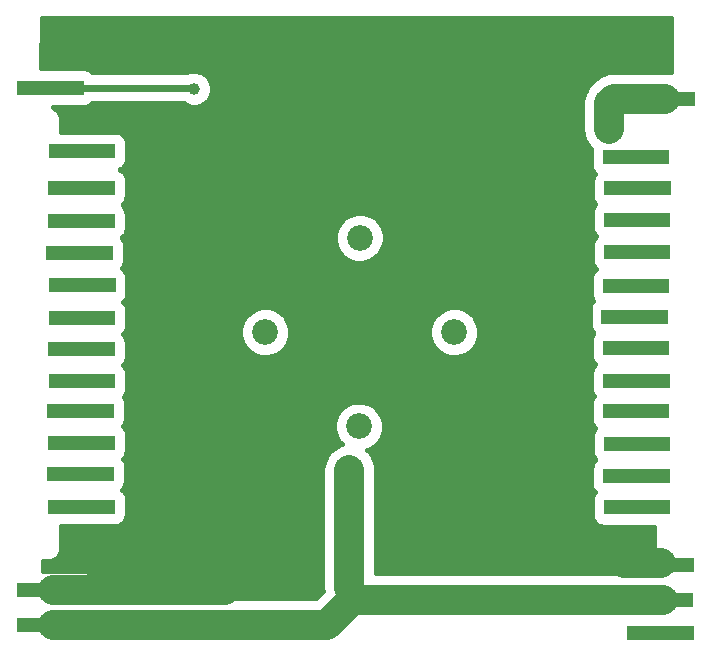
<source format=gbr>
G04 #@! TF.FileFunction,Copper,L2,Bot,Signal*
%FSLAX46Y46*%
G04 Gerber Fmt 4.6, Leading zero omitted, Abs format (unit mm)*
G04 Created by KiCad (PCBNEW 4.0.6) date 05/08/17 07:31:19*
%MOMM*%
%LPD*%
G01*
G04 APERTURE LIST*
%ADD10C,0.100000*%
%ADD11C,1.100000*%
%ADD12R,0.635000X1.270000*%
%ADD13C,2.184400*%
%ADD14C,1.006400*%
%ADD15C,2.540000*%
%ADD16C,1.270000*%
%ADD17C,0.609600*%
%ADD18C,0.406400*%
G04 APERTURE END LIST*
D10*
D11*
X203057700Y-116728300D03*
D12*
X203438700Y-116728300D03*
X204073700Y-116728300D03*
X202803700Y-116728300D03*
X202168700Y-116728300D03*
X201533700Y-116728300D03*
X204670600Y-116728300D03*
X205267500Y-116728300D03*
X200911400Y-116728300D03*
X200289100Y-116728300D03*
D11*
X205013500Y-124602300D03*
D12*
X205394500Y-124602300D03*
X206029500Y-124602300D03*
X204759500Y-124602300D03*
X204124500Y-124602300D03*
X203489500Y-124602300D03*
X206626400Y-124602300D03*
X207223300Y-124602300D03*
X202867200Y-124602300D03*
X202244900Y-124602300D03*
D11*
X156042300Y-116677500D03*
D12*
X156423300Y-116677500D03*
X157058300Y-116677500D03*
X155788300Y-116677500D03*
X155153300Y-116677500D03*
X154518300Y-116677500D03*
X157655200Y-116677500D03*
X158252100Y-116677500D03*
X153896000Y-116677500D03*
X153273700Y-116677500D03*
D11*
X153375300Y-126685100D03*
D12*
X153756300Y-126685100D03*
X154391300Y-126685100D03*
X153121300Y-126685100D03*
X152486300Y-126685100D03*
X151851300Y-126685100D03*
X154988200Y-126685100D03*
X155585100Y-126685100D03*
X151229000Y-126685100D03*
X150606700Y-126685100D03*
D11*
X202981500Y-103240900D03*
D12*
X203362500Y-103240900D03*
X203997500Y-103240900D03*
X202727500Y-103240900D03*
X202092500Y-103240900D03*
X201457500Y-103240900D03*
X204594400Y-103240900D03*
X205191300Y-103240900D03*
X200835200Y-103240900D03*
X200212900Y-103240900D03*
D11*
X202879900Y-100624700D03*
D12*
X203260900Y-100624700D03*
X203895900Y-100624700D03*
X202625900Y-100624700D03*
X201990900Y-100624700D03*
X201355900Y-100624700D03*
X204492800Y-100624700D03*
X205089700Y-100624700D03*
X200733600Y-100624700D03*
X200111300Y-100624700D03*
D11*
X156067700Y-100700900D03*
D12*
X156448700Y-100700900D03*
X157083700Y-100700900D03*
X155813700Y-100700900D03*
X155178700Y-100700900D03*
X154543700Y-100700900D03*
X157680600Y-100700900D03*
X158277500Y-100700900D03*
X153921400Y-100700900D03*
X153299100Y-100700900D03*
D11*
X202981500Y-97983100D03*
D12*
X203362500Y-97983100D03*
X203997500Y-97983100D03*
X202727500Y-97983100D03*
X202092500Y-97983100D03*
X201457500Y-97983100D03*
X204594400Y-97983100D03*
X205191300Y-97983100D03*
X200835200Y-97983100D03*
X200212900Y-97983100D03*
D11*
X156093100Y-97932300D03*
D12*
X156474100Y-97932300D03*
X157109100Y-97932300D03*
X155839100Y-97932300D03*
X155204100Y-97932300D03*
X154569100Y-97932300D03*
X157706000Y-97932300D03*
X158302900Y-97932300D03*
X153946800Y-97932300D03*
X153324500Y-97932300D03*
D11*
X203006900Y-114112100D03*
D12*
X203387900Y-114112100D03*
X204022900Y-114112100D03*
X202752900Y-114112100D03*
X202117900Y-114112100D03*
X201482900Y-114112100D03*
X204619800Y-114112100D03*
X205216700Y-114112100D03*
X200860600Y-114112100D03*
X200238300Y-114112100D03*
D11*
X203057700Y-92395100D03*
D12*
X203438700Y-92395100D03*
X204073700Y-92395100D03*
X202803700Y-92395100D03*
X202168700Y-92395100D03*
X201533700Y-92395100D03*
X204670600Y-92395100D03*
X205267500Y-92395100D03*
X200911400Y-92395100D03*
X200289100Y-92395100D03*
D11*
X156016900Y-92496700D03*
D12*
X156397900Y-92496700D03*
X157032900Y-92496700D03*
X155762900Y-92496700D03*
X155127900Y-92496700D03*
X154492900Y-92496700D03*
X157629800Y-92496700D03*
X158226700Y-92496700D03*
X153870600Y-92496700D03*
X153248300Y-92496700D03*
D11*
X202981500Y-108600300D03*
D12*
X203362500Y-108600300D03*
X203997500Y-108600300D03*
X202727500Y-108600300D03*
X202092500Y-108600300D03*
X201457500Y-108600300D03*
X204594400Y-108600300D03*
X205191300Y-108600300D03*
X200835200Y-108600300D03*
X200212900Y-108600300D03*
D11*
X155966100Y-108600300D03*
D12*
X156347100Y-108600300D03*
X156982100Y-108600300D03*
X155712100Y-108600300D03*
X155077100Y-108600300D03*
X154442100Y-108600300D03*
X157579000Y-108600300D03*
X158175900Y-108600300D03*
X153819800Y-108600300D03*
X153197500Y-108600300D03*
D11*
X205038900Y-121655900D03*
D12*
X205419900Y-121655900D03*
X206054900Y-121655900D03*
X204784900Y-121655900D03*
X204149900Y-121655900D03*
X203514900Y-121655900D03*
X206651800Y-121655900D03*
X207248700Y-121655900D03*
X202892600Y-121655900D03*
X202270300Y-121655900D03*
D11*
X205165900Y-82133500D03*
D12*
X205546900Y-82133500D03*
X206181900Y-82133500D03*
X204911900Y-82133500D03*
X204276900Y-82133500D03*
X203641900Y-82133500D03*
X206778800Y-82133500D03*
X207375700Y-82133500D03*
X203019600Y-82133500D03*
X202397300Y-82133500D03*
D11*
X153375300Y-123764100D03*
D12*
X153756300Y-123764100D03*
X154391300Y-123764100D03*
X153121300Y-123764100D03*
X152486300Y-123764100D03*
X151851300Y-123764100D03*
X154988200Y-123764100D03*
X155585100Y-123764100D03*
X151229000Y-123764100D03*
X150606700Y-123764100D03*
D11*
X153400700Y-81219100D03*
D12*
X153781700Y-81219100D03*
X154416700Y-81219100D03*
X153146700Y-81219100D03*
X152511700Y-81219100D03*
X151876700Y-81219100D03*
X155013600Y-81219100D03*
X155610500Y-81219100D03*
X151254400Y-81219100D03*
X150632100Y-81219100D03*
D11*
X155966100Y-113883500D03*
D12*
X156347100Y-113883500D03*
X156982100Y-113883500D03*
X155712100Y-113883500D03*
X155077100Y-113883500D03*
X154442100Y-113883500D03*
X157579000Y-113883500D03*
X158175900Y-113883500D03*
X153819800Y-113883500D03*
X153197500Y-113883500D03*
D11*
X156042300Y-111267300D03*
D12*
X156423300Y-111267300D03*
X157058300Y-111267300D03*
X155788300Y-111267300D03*
X155153300Y-111267300D03*
X154518300Y-111267300D03*
X157655200Y-111267300D03*
X158252100Y-111267300D03*
X153896000Y-111267300D03*
X153273700Y-111267300D03*
D11*
X156016900Y-103367900D03*
D12*
X156397900Y-103367900D03*
X157032900Y-103367900D03*
X155762900Y-103367900D03*
X155127900Y-103367900D03*
X154492900Y-103367900D03*
X157629800Y-103367900D03*
X158226700Y-103367900D03*
X153870600Y-103367900D03*
X153248300Y-103367900D03*
D11*
X155864500Y-95239900D03*
D12*
X156245500Y-95239900D03*
X156880500Y-95239900D03*
X155610500Y-95239900D03*
X154975500Y-95239900D03*
X154340500Y-95239900D03*
X157477400Y-95239900D03*
X158074300Y-95239900D03*
X153718200Y-95239900D03*
X153095900Y-95239900D03*
D11*
X156067700Y-86578500D03*
D12*
X156448700Y-86578500D03*
X157083700Y-86578500D03*
X155813700Y-86578500D03*
X155178700Y-86578500D03*
X154543700Y-86578500D03*
X157680600Y-86578500D03*
X158277500Y-86578500D03*
X153921400Y-86578500D03*
X153299100Y-86578500D03*
D11*
X205038900Y-127370900D03*
D12*
X205419900Y-127370900D03*
X206054900Y-127370900D03*
X204784900Y-127370900D03*
X204149900Y-127370900D03*
X203514900Y-127370900D03*
X206651800Y-127370900D03*
X207248700Y-127370900D03*
X202892600Y-127370900D03*
X202270300Y-127370900D03*
D11*
X202981500Y-87111900D03*
D12*
X203362500Y-87111900D03*
X203997500Y-87111900D03*
X202727500Y-87111900D03*
X202092500Y-87111900D03*
X201457500Y-87111900D03*
X204594400Y-87111900D03*
X205191300Y-87111900D03*
X200835200Y-87111900D03*
X200212900Y-87111900D03*
D11*
X203057700Y-95163700D03*
D12*
X203438700Y-95163700D03*
X204073700Y-95163700D03*
X202803700Y-95163700D03*
X202168700Y-95163700D03*
X201533700Y-95163700D03*
X204670600Y-95163700D03*
X205267500Y-95163700D03*
X200911400Y-95163700D03*
X200289100Y-95163700D03*
D11*
X203057700Y-111343500D03*
D12*
X203438700Y-111343500D03*
X204073700Y-111343500D03*
X202803700Y-111343500D03*
X202168700Y-111343500D03*
X201533700Y-111343500D03*
X204670600Y-111343500D03*
X205267500Y-111343500D03*
X200911400Y-111343500D03*
X200289100Y-111343500D03*
D11*
X203108500Y-89728100D03*
D12*
X203489500Y-89728100D03*
X204124500Y-89728100D03*
X202854500Y-89728100D03*
X202219500Y-89728100D03*
X201584500Y-89728100D03*
X204721400Y-89728100D03*
X205318300Y-89728100D03*
X200962200Y-89728100D03*
X200339900Y-89728100D03*
D11*
X156042300Y-89702700D03*
D12*
X156423300Y-89702700D03*
X157058300Y-89702700D03*
X155788300Y-89702700D03*
X155153300Y-89702700D03*
X154518300Y-89702700D03*
X157655200Y-89702700D03*
X158252100Y-89702700D03*
X153896000Y-89702700D03*
X153273700Y-89702700D03*
D11*
X203006900Y-106034900D03*
D12*
X203387900Y-106034900D03*
X204022900Y-106034900D03*
X202752900Y-106034900D03*
X202117900Y-106034900D03*
X201482900Y-106034900D03*
X204619800Y-106034900D03*
X205216700Y-106034900D03*
X200860600Y-106034900D03*
X200238300Y-106034900D03*
D11*
X156067700Y-106060300D03*
D12*
X156448700Y-106060300D03*
X157083700Y-106060300D03*
X155813700Y-106060300D03*
X155178700Y-106060300D03*
X154543700Y-106060300D03*
X157680600Y-106060300D03*
X158277500Y-106060300D03*
X153921400Y-106060300D03*
X153299100Y-106060300D03*
D13*
X171307700Y-101920100D03*
X179257700Y-109896500D03*
X187309700Y-101920100D03*
X179308700Y-93919100D03*
D14*
X178435100Y-113603100D03*
X201688100Y-121466100D03*
X171363300Y-117676100D03*
X200429100Y-84685100D03*
X165296100Y-81301100D03*
D15*
X153375300Y-126685100D02*
X176531100Y-126685100D01*
X176531100Y-126685100D02*
X178624100Y-124592100D01*
D16*
X178624100Y-124592100D02*
X179475100Y-124592100D01*
D15*
X179475100Y-124592100D02*
X205003300Y-124592100D01*
D16*
X205003300Y-124592100D02*
X205013500Y-124602300D01*
D15*
X178435100Y-113603100D02*
X178435100Y-123552100D01*
D16*
X178435100Y-123552100D02*
X179475100Y-124592100D01*
D15*
X201688100Y-121466100D02*
X204849100Y-121466100D01*
D16*
X204849100Y-121466100D02*
X205038900Y-121655900D01*
D15*
X153375300Y-123764100D02*
X167911100Y-123764100D01*
X167911100Y-123764100D02*
X171251100Y-120424100D01*
X171251100Y-120424100D02*
X171251100Y-117788300D01*
X171251100Y-117788300D02*
X171363300Y-117676100D01*
X205165900Y-82133500D02*
X200836700Y-82133500D01*
X200836700Y-82133500D02*
X200429100Y-82541100D01*
X200429100Y-82541100D02*
X200429100Y-84685100D01*
D17*
X153400700Y-81219100D02*
X165214100Y-81219100D01*
X165214100Y-81219100D02*
X165296100Y-81301100D01*
D18*
G36*
X205647731Y-79899531D02*
X205641186Y-79897455D01*
X205197818Y-79847723D01*
X205165900Y-79847500D01*
X200836700Y-79847500D01*
X200626521Y-79868108D01*
X200416188Y-79886510D01*
X200404644Y-79889864D01*
X200392680Y-79891037D01*
X200190513Y-79952075D01*
X199987753Y-80010982D01*
X199977082Y-80016513D01*
X199965573Y-80019988D01*
X199779083Y-80119146D01*
X199591655Y-80216300D01*
X199582264Y-80223797D01*
X199571647Y-80229442D01*
X199407975Y-80362929D01*
X199242981Y-80494642D01*
X199226254Y-80511137D01*
X199225906Y-80511421D01*
X199225639Y-80511743D01*
X199220254Y-80517054D01*
X198812654Y-80924654D01*
X198678650Y-81087793D01*
X198542891Y-81249585D01*
X198537098Y-81260123D01*
X198529470Y-81269409D01*
X198429701Y-81455476D01*
X198327957Y-81640549D01*
X198324322Y-81652008D01*
X198318642Y-81662601D01*
X198256898Y-81864557D01*
X198193055Y-82065814D01*
X198191715Y-82077757D01*
X198188200Y-82089255D01*
X198166858Y-82299366D01*
X198143323Y-82509182D01*
X198143159Y-82532679D01*
X198143114Y-82533120D01*
X198143153Y-82533531D01*
X198143100Y-82541100D01*
X198143100Y-84685100D01*
X198186637Y-85129120D01*
X198315588Y-85556227D01*
X198525042Y-85950153D01*
X198807021Y-86295894D01*
X198890405Y-86364875D01*
X198874485Y-86476900D01*
X198874485Y-87746900D01*
X198887387Y-87908694D01*
X198972370Y-88183114D01*
X199130440Y-88422994D01*
X199208650Y-88489652D01*
X199159960Y-88546781D01*
X199041904Y-88808680D01*
X199001485Y-89093100D01*
X199001485Y-90363100D01*
X199014387Y-90524894D01*
X199099370Y-90799314D01*
X199257440Y-91039194D01*
X199257741Y-91039450D01*
X199109160Y-91213781D01*
X198991104Y-91475680D01*
X198950685Y-91760100D01*
X198950685Y-93030100D01*
X198963587Y-93191894D01*
X199048570Y-93466314D01*
X199206640Y-93706194D01*
X199286524Y-93774279D01*
X199109160Y-93982381D01*
X198991104Y-94244280D01*
X198950685Y-94528700D01*
X198950685Y-95798700D01*
X198963587Y-95960494D01*
X199048570Y-96234914D01*
X199206640Y-96474794D01*
X199283856Y-96540605D01*
X199219306Y-96583140D01*
X199032960Y-96801781D01*
X198914904Y-97063680D01*
X198874485Y-97348100D01*
X198874485Y-98618100D01*
X198887387Y-98779894D01*
X198972370Y-99054314D01*
X199099076Y-99246598D01*
X198931360Y-99443381D01*
X198813304Y-99705280D01*
X198772885Y-99989700D01*
X198772885Y-101259700D01*
X198785787Y-101421494D01*
X198870770Y-101695914D01*
X199028840Y-101935794D01*
X199092338Y-101989913D01*
X199032960Y-102059581D01*
X198914904Y-102321480D01*
X198874485Y-102605900D01*
X198874485Y-103875900D01*
X198887387Y-104037694D01*
X198972370Y-104312114D01*
X199130440Y-104551994D01*
X199237576Y-104643305D01*
X199058360Y-104853581D01*
X198940304Y-105115480D01*
X198899885Y-105399900D01*
X198899885Y-106669900D01*
X198912787Y-106831694D01*
X198997770Y-107106114D01*
X199129384Y-107305846D01*
X199032960Y-107418981D01*
X198914904Y-107680880D01*
X198874485Y-107965300D01*
X198874485Y-109235300D01*
X198887387Y-109397094D01*
X198972370Y-109671514D01*
X199130440Y-109911394D01*
X199241923Y-110006410D01*
X199109160Y-110162181D01*
X198991104Y-110424080D01*
X198950685Y-110708500D01*
X198950685Y-111978500D01*
X198963587Y-112140294D01*
X199048570Y-112414714D01*
X199206640Y-112654594D01*
X199261317Y-112701194D01*
X199244706Y-112712140D01*
X199058360Y-112930781D01*
X198940304Y-113192680D01*
X198899885Y-113477100D01*
X198899885Y-114747100D01*
X198912787Y-114908894D01*
X198997770Y-115183314D01*
X199155840Y-115423194D01*
X199189912Y-115452234D01*
X199109160Y-115546981D01*
X198991104Y-115808880D01*
X198950685Y-116093300D01*
X198950685Y-117363300D01*
X198963587Y-117525094D01*
X199048570Y-117799514D01*
X199206640Y-118039394D01*
X199425281Y-118225740D01*
X199687180Y-118343796D01*
X199971600Y-118384215D01*
X204198895Y-118384215D01*
X204203105Y-119807327D01*
X204206666Y-119842573D01*
X204205605Y-119877982D01*
X204217346Y-119948270D01*
X204222571Y-119999985D01*
X201952800Y-119999985D01*
X201791006Y-120012887D01*
X201516586Y-120097870D01*
X201276706Y-120255940D01*
X201090360Y-120474581D01*
X200972304Y-120736480D01*
X200931885Y-121020900D01*
X200931885Y-122290900D01*
X200933097Y-122306100D01*
X180721100Y-122306100D01*
X180721100Y-113603100D01*
X180677563Y-113159080D01*
X180548612Y-112731973D01*
X180339158Y-112338047D01*
X180057179Y-111992306D01*
X179938202Y-111893880D01*
X180212839Y-111787355D01*
X180561918Y-111565823D01*
X180861319Y-111280707D01*
X181099639Y-110942867D01*
X181267800Y-110565171D01*
X181359397Y-110162006D01*
X181365991Y-109689780D01*
X181285687Y-109284215D01*
X181128137Y-108901971D01*
X180899343Y-108557608D01*
X180608020Y-108264244D01*
X180265263Y-108033052D01*
X179884128Y-107872837D01*
X179479133Y-107789704D01*
X179065704Y-107786817D01*
X178659588Y-107864288D01*
X178276253Y-108019165D01*
X177930302Y-108245550D01*
X177634911Y-108534818D01*
X177401331Y-108875953D01*
X177238460Y-109255959D01*
X177152501Y-109660364D01*
X177146729Y-110073763D01*
X177221362Y-110480410D01*
X177373559Y-110864817D01*
X177597523Y-111212340D01*
X177797314Y-111419230D01*
X177578749Y-111483558D01*
X177183370Y-111690257D01*
X176835670Y-111969815D01*
X176548891Y-112311585D01*
X176333957Y-112702549D01*
X176199055Y-113127814D01*
X176149323Y-113571182D01*
X176149100Y-113603100D01*
X176149100Y-123552100D01*
X176174291Y-123809017D01*
X175584208Y-124399100D01*
X156923515Y-124399100D01*
X156923515Y-123129100D01*
X156910613Y-122967306D01*
X156825630Y-122692886D01*
X156667560Y-122453006D01*
X156448919Y-122266660D01*
X156187020Y-122148604D01*
X155902600Y-122108185D01*
X152522438Y-122108185D01*
X152531380Y-121303934D01*
X152890387Y-121317340D01*
X152906967Y-121316337D01*
X152923483Y-121318073D01*
X153013097Y-121309918D01*
X153102925Y-121304484D01*
X153118993Y-121300280D01*
X153135533Y-121298775D01*
X153221854Y-121273370D01*
X153308918Y-121250592D01*
X153323864Y-121243347D01*
X153339796Y-121238658D01*
X153419547Y-121196965D01*
X153500519Y-121157714D01*
X153513772Y-121147705D01*
X153528491Y-121140010D01*
X153598627Y-121083620D01*
X153670432Y-121029390D01*
X153681487Y-121016998D01*
X153694433Y-121006590D01*
X153752287Y-120937642D01*
X153812184Y-120870506D01*
X153820622Y-120856204D01*
X153831299Y-120843479D01*
X153874658Y-120764609D01*
X153920375Y-120687117D01*
X153925874Y-120671449D01*
X153933877Y-120656891D01*
X153961090Y-120571105D01*
X153990886Y-120486204D01*
X153993237Y-120469763D01*
X153998259Y-120453932D01*
X154008291Y-120364496D01*
X154021029Y-120275423D01*
X154020142Y-120258842D01*
X154021994Y-120242333D01*
X154022100Y-120227100D01*
X154022100Y-118333415D01*
X158569600Y-118333415D01*
X158731394Y-118320513D01*
X159005814Y-118235530D01*
X159245694Y-118077460D01*
X159432040Y-117858819D01*
X159550096Y-117596920D01*
X159590515Y-117312500D01*
X159590515Y-116042500D01*
X159577613Y-115880706D01*
X159492630Y-115606286D01*
X159334560Y-115366406D01*
X159197998Y-115250016D01*
X159355840Y-115064819D01*
X159473896Y-114802920D01*
X159514315Y-114518500D01*
X159514315Y-113248500D01*
X159501413Y-113086706D01*
X159416430Y-112812286D01*
X159288088Y-112617519D01*
X159432040Y-112448619D01*
X159550096Y-112186720D01*
X159590515Y-111902300D01*
X159590515Y-110632300D01*
X159577613Y-110470506D01*
X159492630Y-110196086D01*
X159334560Y-109956206D01*
X159260696Y-109893252D01*
X159355840Y-109781619D01*
X159473896Y-109519720D01*
X159514315Y-109235300D01*
X159514315Y-107965300D01*
X159501413Y-107803506D01*
X159416430Y-107529086D01*
X159327481Y-107394101D01*
X159457440Y-107241619D01*
X159575496Y-106979720D01*
X159615915Y-106695300D01*
X159615915Y-105425300D01*
X159603013Y-105263506D01*
X159518030Y-104989086D01*
X159359960Y-104749206D01*
X159288269Y-104688104D01*
X159406640Y-104549219D01*
X159524696Y-104287320D01*
X159565115Y-104002900D01*
X159565115Y-102732900D01*
X159552213Y-102571106D01*
X159467230Y-102296686D01*
X159335886Y-102097363D01*
X169196729Y-102097363D01*
X169271362Y-102504010D01*
X169423559Y-102888417D01*
X169647523Y-103235940D01*
X169934722Y-103533344D01*
X170274218Y-103769299D01*
X170653078Y-103934819D01*
X171056873Y-104023599D01*
X171470222Y-104032258D01*
X171877380Y-103960465D01*
X172262839Y-103810955D01*
X172611918Y-103589423D01*
X172911319Y-103304307D01*
X173149639Y-102966467D01*
X173317800Y-102588771D01*
X173409397Y-102185606D01*
X173410629Y-102097363D01*
X185198729Y-102097363D01*
X185273362Y-102504010D01*
X185425559Y-102888417D01*
X185649523Y-103235940D01*
X185936722Y-103533344D01*
X186276218Y-103769299D01*
X186655078Y-103934819D01*
X187058873Y-104023599D01*
X187472222Y-104032258D01*
X187879380Y-103960465D01*
X188264839Y-103810955D01*
X188613918Y-103589423D01*
X188913319Y-103304307D01*
X189151639Y-102966467D01*
X189319800Y-102588771D01*
X189411397Y-102185606D01*
X189417991Y-101713380D01*
X189337687Y-101307815D01*
X189180137Y-100925571D01*
X188951343Y-100581208D01*
X188660020Y-100287844D01*
X188317263Y-100056652D01*
X187936128Y-99896437D01*
X187531133Y-99813304D01*
X187117704Y-99810417D01*
X186711588Y-99887888D01*
X186328253Y-100042765D01*
X185982302Y-100269150D01*
X185686911Y-100558418D01*
X185453331Y-100899553D01*
X185290460Y-101279559D01*
X185204501Y-101683964D01*
X185198729Y-102097363D01*
X173410629Y-102097363D01*
X173415991Y-101713380D01*
X173335687Y-101307815D01*
X173178137Y-100925571D01*
X172949343Y-100581208D01*
X172658020Y-100287844D01*
X172315263Y-100056652D01*
X171934128Y-99896437D01*
X171529133Y-99813304D01*
X171115704Y-99810417D01*
X170709588Y-99887888D01*
X170326253Y-100042765D01*
X169980302Y-100269150D01*
X169684911Y-100558418D01*
X169451331Y-100899553D01*
X169288460Y-101279559D01*
X169202501Y-101683964D01*
X169196729Y-102097363D01*
X159335886Y-102097363D01*
X159309160Y-102056806D01*
X159308859Y-102056550D01*
X159457440Y-101882219D01*
X159575496Y-101620320D01*
X159615915Y-101335900D01*
X159615915Y-100065900D01*
X159603013Y-99904106D01*
X159518030Y-99629686D01*
X159359960Y-99389806D01*
X159294208Y-99333766D01*
X159296494Y-99332260D01*
X159482840Y-99113619D01*
X159600896Y-98851720D01*
X159641315Y-98567300D01*
X159641315Y-97297300D01*
X159628413Y-97135506D01*
X159543430Y-96861086D01*
X159385360Y-96621206D01*
X159210680Y-96472328D01*
X159254240Y-96421219D01*
X159372296Y-96159320D01*
X159412715Y-95874900D01*
X159412715Y-94604900D01*
X159399813Y-94443106D01*
X159314830Y-94168686D01*
X159267173Y-94096363D01*
X177197729Y-94096363D01*
X177272362Y-94503010D01*
X177424559Y-94887417D01*
X177648523Y-95234940D01*
X177935722Y-95532344D01*
X178275218Y-95768299D01*
X178654078Y-95933819D01*
X179057873Y-96022599D01*
X179471222Y-96031258D01*
X179878380Y-95959465D01*
X180263839Y-95809955D01*
X180612918Y-95588423D01*
X180912319Y-95303307D01*
X181150639Y-94965467D01*
X181318800Y-94587771D01*
X181410397Y-94184606D01*
X181416991Y-93712380D01*
X181336687Y-93306815D01*
X181179137Y-92924571D01*
X180950343Y-92580208D01*
X180659020Y-92286844D01*
X180316263Y-92055652D01*
X179935128Y-91895437D01*
X179530133Y-91812304D01*
X179116704Y-91809417D01*
X178710588Y-91886888D01*
X178327253Y-92041765D01*
X177981302Y-92268150D01*
X177685911Y-92557418D01*
X177452331Y-92898553D01*
X177289460Y-93278559D01*
X177203501Y-93682964D01*
X177197729Y-94096363D01*
X159267173Y-94096363D01*
X159161226Y-93935583D01*
X159220294Y-93896660D01*
X159406640Y-93678019D01*
X159524696Y-93416120D01*
X159565115Y-93131700D01*
X159565115Y-91861700D01*
X159552213Y-91699906D01*
X159467230Y-91425486D01*
X159309160Y-91185606D01*
X159226601Y-91115242D01*
X159245694Y-91102660D01*
X159432040Y-90884019D01*
X159550096Y-90622120D01*
X159590515Y-90337700D01*
X159590515Y-89067700D01*
X159577613Y-88905906D01*
X159492630Y-88631486D01*
X159334560Y-88391606D01*
X159115919Y-88205260D01*
X158991044Y-88148970D01*
X159031214Y-88136530D01*
X159271094Y-87978460D01*
X159457440Y-87759819D01*
X159575496Y-87497920D01*
X159615915Y-87213500D01*
X159615915Y-85943500D01*
X159603013Y-85781706D01*
X159518030Y-85507286D01*
X159359960Y-85267406D01*
X159141319Y-85081060D01*
X158879420Y-84963004D01*
X158595000Y-84922585D01*
X154022100Y-84922585D01*
X154022100Y-83890100D01*
X154020004Y-83868725D01*
X154021259Y-83847297D01*
X154009634Y-83762966D01*
X154001322Y-83678190D01*
X153995114Y-83657628D01*
X153992183Y-83636365D01*
X153964398Y-83555892D01*
X153939780Y-83474352D01*
X153929699Y-83455393D01*
X153922692Y-83435098D01*
X153879796Y-83361539D01*
X153839817Y-83286350D01*
X153826245Y-83269710D01*
X153815430Y-83251163D01*
X153759064Y-83187337D01*
X153705242Y-83121344D01*
X153688700Y-83107659D01*
X153674485Y-83091563D01*
X153606787Y-83039896D01*
X153541179Y-82985620D01*
X153522290Y-82975407D01*
X153505223Y-82962381D01*
X153428793Y-82924852D01*
X153353880Y-82884347D01*
X153333369Y-82877998D01*
X153327294Y-82875015D01*
X155928000Y-82875015D01*
X156089794Y-82862113D01*
X156364214Y-82777130D01*
X156604094Y-82619060D01*
X156671561Y-82539900D01*
X164416454Y-82539900D01*
X164551357Y-82633660D01*
X164824370Y-82752936D01*
X165115350Y-82816912D01*
X165413216Y-82823152D01*
X165706620Y-82771417D01*
X165984388Y-82663678D01*
X166235939Y-82504039D01*
X166451692Y-82298580D01*
X166623428Y-82055127D01*
X166744608Y-81782954D01*
X166810614Y-81492428D01*
X166815365Y-81152135D01*
X166757497Y-80859878D01*
X166643965Y-80584428D01*
X166479092Y-80336275D01*
X166269160Y-80124872D01*
X166022165Y-79958272D01*
X165747513Y-79842819D01*
X165455668Y-79782912D01*
X165157745Y-79780832D01*
X164865091Y-79836658D01*
X164712522Y-79898300D01*
X156681572Y-79898300D01*
X156474319Y-79721660D01*
X156212420Y-79603604D01*
X155928000Y-79563185D01*
X152328657Y-79563185D01*
X152376222Y-75275100D01*
X205696327Y-75275100D01*
X205647731Y-79899531D01*
X205647731Y-79899531D01*
G37*
X205647731Y-79899531D02*
X205641186Y-79897455D01*
X205197818Y-79847723D01*
X205165900Y-79847500D01*
X200836700Y-79847500D01*
X200626521Y-79868108D01*
X200416188Y-79886510D01*
X200404644Y-79889864D01*
X200392680Y-79891037D01*
X200190513Y-79952075D01*
X199987753Y-80010982D01*
X199977082Y-80016513D01*
X199965573Y-80019988D01*
X199779083Y-80119146D01*
X199591655Y-80216300D01*
X199582264Y-80223797D01*
X199571647Y-80229442D01*
X199407975Y-80362929D01*
X199242981Y-80494642D01*
X199226254Y-80511137D01*
X199225906Y-80511421D01*
X199225639Y-80511743D01*
X199220254Y-80517054D01*
X198812654Y-80924654D01*
X198678650Y-81087793D01*
X198542891Y-81249585D01*
X198537098Y-81260123D01*
X198529470Y-81269409D01*
X198429701Y-81455476D01*
X198327957Y-81640549D01*
X198324322Y-81652008D01*
X198318642Y-81662601D01*
X198256898Y-81864557D01*
X198193055Y-82065814D01*
X198191715Y-82077757D01*
X198188200Y-82089255D01*
X198166858Y-82299366D01*
X198143323Y-82509182D01*
X198143159Y-82532679D01*
X198143114Y-82533120D01*
X198143153Y-82533531D01*
X198143100Y-82541100D01*
X198143100Y-84685100D01*
X198186637Y-85129120D01*
X198315588Y-85556227D01*
X198525042Y-85950153D01*
X198807021Y-86295894D01*
X198890405Y-86364875D01*
X198874485Y-86476900D01*
X198874485Y-87746900D01*
X198887387Y-87908694D01*
X198972370Y-88183114D01*
X199130440Y-88422994D01*
X199208650Y-88489652D01*
X199159960Y-88546781D01*
X199041904Y-88808680D01*
X199001485Y-89093100D01*
X199001485Y-90363100D01*
X199014387Y-90524894D01*
X199099370Y-90799314D01*
X199257440Y-91039194D01*
X199257741Y-91039450D01*
X199109160Y-91213781D01*
X198991104Y-91475680D01*
X198950685Y-91760100D01*
X198950685Y-93030100D01*
X198963587Y-93191894D01*
X199048570Y-93466314D01*
X199206640Y-93706194D01*
X199286524Y-93774279D01*
X199109160Y-93982381D01*
X198991104Y-94244280D01*
X198950685Y-94528700D01*
X198950685Y-95798700D01*
X198963587Y-95960494D01*
X199048570Y-96234914D01*
X199206640Y-96474794D01*
X199283856Y-96540605D01*
X199219306Y-96583140D01*
X199032960Y-96801781D01*
X198914904Y-97063680D01*
X198874485Y-97348100D01*
X198874485Y-98618100D01*
X198887387Y-98779894D01*
X198972370Y-99054314D01*
X199099076Y-99246598D01*
X198931360Y-99443381D01*
X198813304Y-99705280D01*
X198772885Y-99989700D01*
X198772885Y-101259700D01*
X198785787Y-101421494D01*
X198870770Y-101695914D01*
X199028840Y-101935794D01*
X199092338Y-101989913D01*
X199032960Y-102059581D01*
X198914904Y-102321480D01*
X198874485Y-102605900D01*
X198874485Y-103875900D01*
X198887387Y-104037694D01*
X198972370Y-104312114D01*
X199130440Y-104551994D01*
X199237576Y-104643305D01*
X199058360Y-104853581D01*
X198940304Y-105115480D01*
X198899885Y-105399900D01*
X198899885Y-106669900D01*
X198912787Y-106831694D01*
X198997770Y-107106114D01*
X199129384Y-107305846D01*
X199032960Y-107418981D01*
X198914904Y-107680880D01*
X198874485Y-107965300D01*
X198874485Y-109235300D01*
X198887387Y-109397094D01*
X198972370Y-109671514D01*
X199130440Y-109911394D01*
X199241923Y-110006410D01*
X199109160Y-110162181D01*
X198991104Y-110424080D01*
X198950685Y-110708500D01*
X198950685Y-111978500D01*
X198963587Y-112140294D01*
X199048570Y-112414714D01*
X199206640Y-112654594D01*
X199261317Y-112701194D01*
X199244706Y-112712140D01*
X199058360Y-112930781D01*
X198940304Y-113192680D01*
X198899885Y-113477100D01*
X198899885Y-114747100D01*
X198912787Y-114908894D01*
X198997770Y-115183314D01*
X199155840Y-115423194D01*
X199189912Y-115452234D01*
X199109160Y-115546981D01*
X198991104Y-115808880D01*
X198950685Y-116093300D01*
X198950685Y-117363300D01*
X198963587Y-117525094D01*
X199048570Y-117799514D01*
X199206640Y-118039394D01*
X199425281Y-118225740D01*
X199687180Y-118343796D01*
X199971600Y-118384215D01*
X204198895Y-118384215D01*
X204203105Y-119807327D01*
X204206666Y-119842573D01*
X204205605Y-119877982D01*
X204217346Y-119948270D01*
X204222571Y-119999985D01*
X201952800Y-119999985D01*
X201791006Y-120012887D01*
X201516586Y-120097870D01*
X201276706Y-120255940D01*
X201090360Y-120474581D01*
X200972304Y-120736480D01*
X200931885Y-121020900D01*
X200931885Y-122290900D01*
X200933097Y-122306100D01*
X180721100Y-122306100D01*
X180721100Y-113603100D01*
X180677563Y-113159080D01*
X180548612Y-112731973D01*
X180339158Y-112338047D01*
X180057179Y-111992306D01*
X179938202Y-111893880D01*
X180212839Y-111787355D01*
X180561918Y-111565823D01*
X180861319Y-111280707D01*
X181099639Y-110942867D01*
X181267800Y-110565171D01*
X181359397Y-110162006D01*
X181365991Y-109689780D01*
X181285687Y-109284215D01*
X181128137Y-108901971D01*
X180899343Y-108557608D01*
X180608020Y-108264244D01*
X180265263Y-108033052D01*
X179884128Y-107872837D01*
X179479133Y-107789704D01*
X179065704Y-107786817D01*
X178659588Y-107864288D01*
X178276253Y-108019165D01*
X177930302Y-108245550D01*
X177634911Y-108534818D01*
X177401331Y-108875953D01*
X177238460Y-109255959D01*
X177152501Y-109660364D01*
X177146729Y-110073763D01*
X177221362Y-110480410D01*
X177373559Y-110864817D01*
X177597523Y-111212340D01*
X177797314Y-111419230D01*
X177578749Y-111483558D01*
X177183370Y-111690257D01*
X176835670Y-111969815D01*
X176548891Y-112311585D01*
X176333957Y-112702549D01*
X176199055Y-113127814D01*
X176149323Y-113571182D01*
X176149100Y-113603100D01*
X176149100Y-123552100D01*
X176174291Y-123809017D01*
X175584208Y-124399100D01*
X156923515Y-124399100D01*
X156923515Y-123129100D01*
X156910613Y-122967306D01*
X156825630Y-122692886D01*
X156667560Y-122453006D01*
X156448919Y-122266660D01*
X156187020Y-122148604D01*
X155902600Y-122108185D01*
X152522438Y-122108185D01*
X152531380Y-121303934D01*
X152890387Y-121317340D01*
X152906967Y-121316337D01*
X152923483Y-121318073D01*
X153013097Y-121309918D01*
X153102925Y-121304484D01*
X153118993Y-121300280D01*
X153135533Y-121298775D01*
X153221854Y-121273370D01*
X153308918Y-121250592D01*
X153323864Y-121243347D01*
X153339796Y-121238658D01*
X153419547Y-121196965D01*
X153500519Y-121157714D01*
X153513772Y-121147705D01*
X153528491Y-121140010D01*
X153598627Y-121083620D01*
X153670432Y-121029390D01*
X153681487Y-121016998D01*
X153694433Y-121006590D01*
X153752287Y-120937642D01*
X153812184Y-120870506D01*
X153820622Y-120856204D01*
X153831299Y-120843479D01*
X153874658Y-120764609D01*
X153920375Y-120687117D01*
X153925874Y-120671449D01*
X153933877Y-120656891D01*
X153961090Y-120571105D01*
X153990886Y-120486204D01*
X153993237Y-120469763D01*
X153998259Y-120453932D01*
X154008291Y-120364496D01*
X154021029Y-120275423D01*
X154020142Y-120258842D01*
X154021994Y-120242333D01*
X154022100Y-120227100D01*
X154022100Y-118333415D01*
X158569600Y-118333415D01*
X158731394Y-118320513D01*
X159005814Y-118235530D01*
X159245694Y-118077460D01*
X159432040Y-117858819D01*
X159550096Y-117596920D01*
X159590515Y-117312500D01*
X159590515Y-116042500D01*
X159577613Y-115880706D01*
X159492630Y-115606286D01*
X159334560Y-115366406D01*
X159197998Y-115250016D01*
X159355840Y-115064819D01*
X159473896Y-114802920D01*
X159514315Y-114518500D01*
X159514315Y-113248500D01*
X159501413Y-113086706D01*
X159416430Y-112812286D01*
X159288088Y-112617519D01*
X159432040Y-112448619D01*
X159550096Y-112186720D01*
X159590515Y-111902300D01*
X159590515Y-110632300D01*
X159577613Y-110470506D01*
X159492630Y-110196086D01*
X159334560Y-109956206D01*
X159260696Y-109893252D01*
X159355840Y-109781619D01*
X159473896Y-109519720D01*
X159514315Y-109235300D01*
X159514315Y-107965300D01*
X159501413Y-107803506D01*
X159416430Y-107529086D01*
X159327481Y-107394101D01*
X159457440Y-107241619D01*
X159575496Y-106979720D01*
X159615915Y-106695300D01*
X159615915Y-105425300D01*
X159603013Y-105263506D01*
X159518030Y-104989086D01*
X159359960Y-104749206D01*
X159288269Y-104688104D01*
X159406640Y-104549219D01*
X159524696Y-104287320D01*
X159565115Y-104002900D01*
X159565115Y-102732900D01*
X159552213Y-102571106D01*
X159467230Y-102296686D01*
X159335886Y-102097363D01*
X169196729Y-102097363D01*
X169271362Y-102504010D01*
X169423559Y-102888417D01*
X169647523Y-103235940D01*
X169934722Y-103533344D01*
X170274218Y-103769299D01*
X170653078Y-103934819D01*
X171056873Y-104023599D01*
X171470222Y-104032258D01*
X171877380Y-103960465D01*
X172262839Y-103810955D01*
X172611918Y-103589423D01*
X172911319Y-103304307D01*
X173149639Y-102966467D01*
X173317800Y-102588771D01*
X173409397Y-102185606D01*
X173410629Y-102097363D01*
X185198729Y-102097363D01*
X185273362Y-102504010D01*
X185425559Y-102888417D01*
X185649523Y-103235940D01*
X185936722Y-103533344D01*
X186276218Y-103769299D01*
X186655078Y-103934819D01*
X187058873Y-104023599D01*
X187472222Y-104032258D01*
X187879380Y-103960465D01*
X188264839Y-103810955D01*
X188613918Y-103589423D01*
X188913319Y-103304307D01*
X189151639Y-102966467D01*
X189319800Y-102588771D01*
X189411397Y-102185606D01*
X189417991Y-101713380D01*
X189337687Y-101307815D01*
X189180137Y-100925571D01*
X188951343Y-100581208D01*
X188660020Y-100287844D01*
X188317263Y-100056652D01*
X187936128Y-99896437D01*
X187531133Y-99813304D01*
X187117704Y-99810417D01*
X186711588Y-99887888D01*
X186328253Y-100042765D01*
X185982302Y-100269150D01*
X185686911Y-100558418D01*
X185453331Y-100899553D01*
X185290460Y-101279559D01*
X185204501Y-101683964D01*
X185198729Y-102097363D01*
X173410629Y-102097363D01*
X173415991Y-101713380D01*
X173335687Y-101307815D01*
X173178137Y-100925571D01*
X172949343Y-100581208D01*
X172658020Y-100287844D01*
X172315263Y-100056652D01*
X171934128Y-99896437D01*
X171529133Y-99813304D01*
X171115704Y-99810417D01*
X170709588Y-99887888D01*
X170326253Y-100042765D01*
X169980302Y-100269150D01*
X169684911Y-100558418D01*
X169451331Y-100899553D01*
X169288460Y-101279559D01*
X169202501Y-101683964D01*
X169196729Y-102097363D01*
X159335886Y-102097363D01*
X159309160Y-102056806D01*
X159308859Y-102056550D01*
X159457440Y-101882219D01*
X159575496Y-101620320D01*
X159615915Y-101335900D01*
X159615915Y-100065900D01*
X159603013Y-99904106D01*
X159518030Y-99629686D01*
X159359960Y-99389806D01*
X159294208Y-99333766D01*
X159296494Y-99332260D01*
X159482840Y-99113619D01*
X159600896Y-98851720D01*
X159641315Y-98567300D01*
X159641315Y-97297300D01*
X159628413Y-97135506D01*
X159543430Y-96861086D01*
X159385360Y-96621206D01*
X159210680Y-96472328D01*
X159254240Y-96421219D01*
X159372296Y-96159320D01*
X159412715Y-95874900D01*
X159412715Y-94604900D01*
X159399813Y-94443106D01*
X159314830Y-94168686D01*
X159267173Y-94096363D01*
X177197729Y-94096363D01*
X177272362Y-94503010D01*
X177424559Y-94887417D01*
X177648523Y-95234940D01*
X177935722Y-95532344D01*
X178275218Y-95768299D01*
X178654078Y-95933819D01*
X179057873Y-96022599D01*
X179471222Y-96031258D01*
X179878380Y-95959465D01*
X180263839Y-95809955D01*
X180612918Y-95588423D01*
X180912319Y-95303307D01*
X181150639Y-94965467D01*
X181318800Y-94587771D01*
X181410397Y-94184606D01*
X181416991Y-93712380D01*
X181336687Y-93306815D01*
X181179137Y-92924571D01*
X180950343Y-92580208D01*
X180659020Y-92286844D01*
X180316263Y-92055652D01*
X179935128Y-91895437D01*
X179530133Y-91812304D01*
X179116704Y-91809417D01*
X178710588Y-91886888D01*
X178327253Y-92041765D01*
X177981302Y-92268150D01*
X177685911Y-92557418D01*
X177452331Y-92898553D01*
X177289460Y-93278559D01*
X177203501Y-93682964D01*
X177197729Y-94096363D01*
X159267173Y-94096363D01*
X159161226Y-93935583D01*
X159220294Y-93896660D01*
X159406640Y-93678019D01*
X159524696Y-93416120D01*
X159565115Y-93131700D01*
X159565115Y-91861700D01*
X159552213Y-91699906D01*
X159467230Y-91425486D01*
X159309160Y-91185606D01*
X159226601Y-91115242D01*
X159245694Y-91102660D01*
X159432040Y-90884019D01*
X159550096Y-90622120D01*
X159590515Y-90337700D01*
X159590515Y-89067700D01*
X159577613Y-88905906D01*
X159492630Y-88631486D01*
X159334560Y-88391606D01*
X159115919Y-88205260D01*
X158991044Y-88148970D01*
X159031214Y-88136530D01*
X159271094Y-87978460D01*
X159457440Y-87759819D01*
X159575496Y-87497920D01*
X159615915Y-87213500D01*
X159615915Y-85943500D01*
X159603013Y-85781706D01*
X159518030Y-85507286D01*
X159359960Y-85267406D01*
X159141319Y-85081060D01*
X158879420Y-84963004D01*
X158595000Y-84922585D01*
X154022100Y-84922585D01*
X154022100Y-83890100D01*
X154020004Y-83868725D01*
X154021259Y-83847297D01*
X154009634Y-83762966D01*
X154001322Y-83678190D01*
X153995114Y-83657628D01*
X153992183Y-83636365D01*
X153964398Y-83555892D01*
X153939780Y-83474352D01*
X153929699Y-83455393D01*
X153922692Y-83435098D01*
X153879796Y-83361539D01*
X153839817Y-83286350D01*
X153826245Y-83269710D01*
X153815430Y-83251163D01*
X153759064Y-83187337D01*
X153705242Y-83121344D01*
X153688700Y-83107659D01*
X153674485Y-83091563D01*
X153606787Y-83039896D01*
X153541179Y-82985620D01*
X153522290Y-82975407D01*
X153505223Y-82962381D01*
X153428793Y-82924852D01*
X153353880Y-82884347D01*
X153333369Y-82877998D01*
X153327294Y-82875015D01*
X155928000Y-82875015D01*
X156089794Y-82862113D01*
X156364214Y-82777130D01*
X156604094Y-82619060D01*
X156671561Y-82539900D01*
X164416454Y-82539900D01*
X164551357Y-82633660D01*
X164824370Y-82752936D01*
X165115350Y-82816912D01*
X165413216Y-82823152D01*
X165706620Y-82771417D01*
X165984388Y-82663678D01*
X166235939Y-82504039D01*
X166451692Y-82298580D01*
X166623428Y-82055127D01*
X166744608Y-81782954D01*
X166810614Y-81492428D01*
X166815365Y-81152135D01*
X166757497Y-80859878D01*
X166643965Y-80584428D01*
X166479092Y-80336275D01*
X166269160Y-80124872D01*
X166022165Y-79958272D01*
X165747513Y-79842819D01*
X165455668Y-79782912D01*
X165157745Y-79780832D01*
X164865091Y-79836658D01*
X164712522Y-79898300D01*
X156681572Y-79898300D01*
X156474319Y-79721660D01*
X156212420Y-79603604D01*
X155928000Y-79563185D01*
X152328657Y-79563185D01*
X152376222Y-75275100D01*
X205696327Y-75275100D01*
X205647731Y-79899531D01*
M02*

</source>
